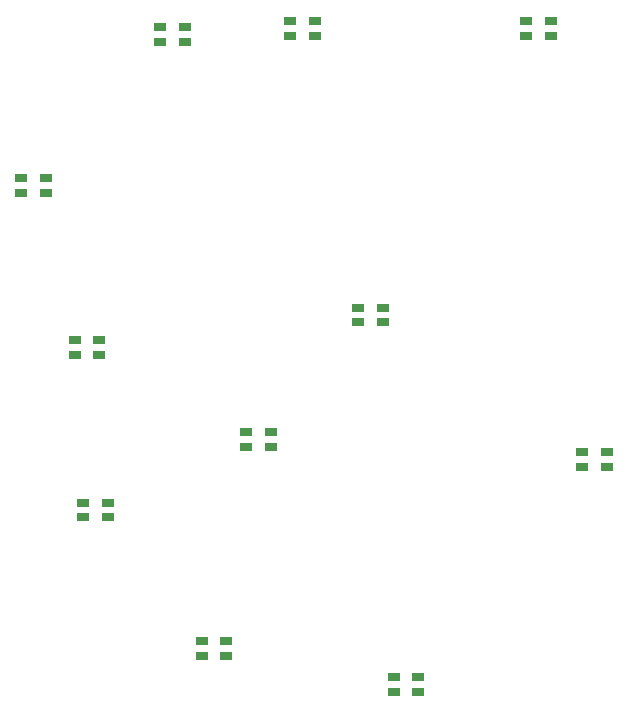
<source format=gbr>
%TF.GenerationSoftware,KiCad,Pcbnew,(5.1.10)-1*%
%TF.CreationDate,2021-10-20T07:52:06+02:00*%
%TF.ProjectId,TVZ_kuglica,54565a5f-6b75-4676-9c69-63612e6b6963,rev?*%
%TF.SameCoordinates,Original*%
%TF.FileFunction,Paste,Top*%
%TF.FilePolarity,Positive*%
%FSLAX46Y46*%
G04 Gerber Fmt 4.6, Leading zero omitted, Abs format (unit mm)*
G04 Created by KiCad (PCBNEW (5.1.10)-1) date 2021-10-20 07:52:06*
%MOMM*%
%LPD*%
G01*
G04 APERTURE LIST*
%ADD10R,1.100000X0.750000*%
G04 APERTURE END LIST*
D10*
%TO.C,D1*%
X110700000Y-86875000D03*
X112800000Y-86875000D03*
X110700000Y-88125000D03*
X112800000Y-88125000D03*
%TD*%
%TO.C,D2*%
X124550000Y-75375000D03*
X122450000Y-75375000D03*
X124550000Y-74125000D03*
X122450000Y-74125000D03*
%TD*%
%TO.C,D3*%
X153450000Y-73625000D03*
X155550000Y-73625000D03*
X153450000Y-74875000D03*
X155550000Y-74875000D03*
%TD*%
%TO.C,D4*%
X131800000Y-109625000D03*
X129700000Y-109625000D03*
X131800000Y-108375000D03*
X129700000Y-108375000D03*
%TD*%
%TO.C,D5*%
X115950000Y-114375000D03*
X118050000Y-114375000D03*
X115950000Y-115625000D03*
X118050000Y-115625000D03*
%TD*%
%TO.C,D6*%
X117300000Y-101875000D03*
X115200000Y-101875000D03*
X117300000Y-100625000D03*
X115200000Y-100625000D03*
%TD*%
%TO.C,D7*%
X142200000Y-129125000D03*
X144300000Y-129125000D03*
X142200000Y-130375000D03*
X144300000Y-130375000D03*
%TD*%
%TO.C,D8*%
X160300000Y-111375000D03*
X158200000Y-111375000D03*
X160300000Y-110125000D03*
X158200000Y-110125000D03*
%TD*%
%TO.C,D9*%
X133450000Y-73625000D03*
X135550000Y-73625000D03*
X133450000Y-74875000D03*
X135550000Y-74875000D03*
%TD*%
%TO.C,D10*%
X141300000Y-99125000D03*
X139200000Y-99125000D03*
X141300000Y-97875000D03*
X139200000Y-97875000D03*
%TD*%
%TO.C,D11*%
X125950000Y-126125000D03*
X128050000Y-126125000D03*
X125950000Y-127375000D03*
X128050000Y-127375000D03*
%TD*%
M02*

</source>
